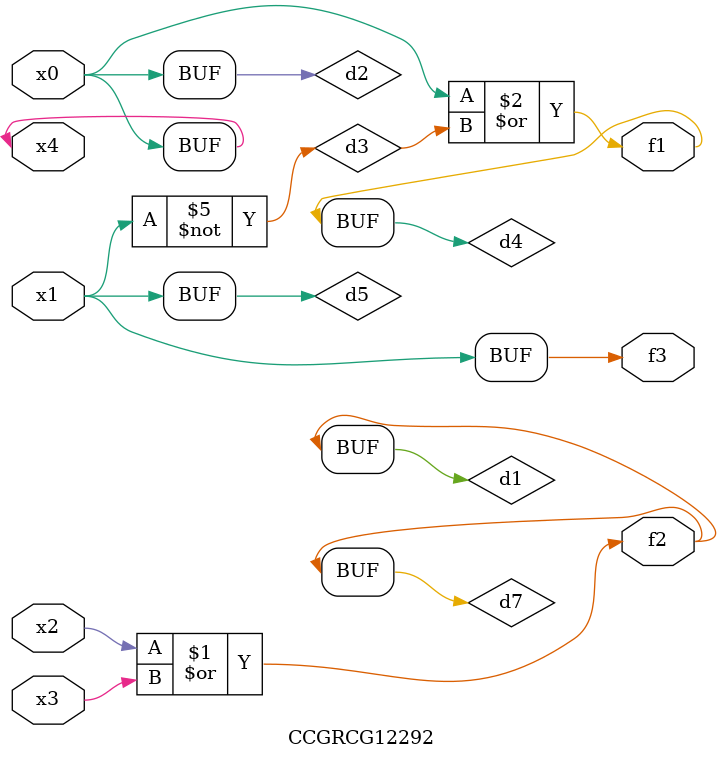
<source format=v>
module CCGRCG12292(
	input x0, x1, x2, x3, x4,
	output f1, f2, f3
);

	wire d1, d2, d3, d4, d5, d6, d7;

	or (d1, x2, x3);
	buf (d2, x0, x4);
	not (d3, x1);
	or (d4, d2, d3);
	not (d5, d3);
	nand (d6, d1, d3);
	or (d7, d1);
	assign f1 = d4;
	assign f2 = d7;
	assign f3 = d5;
endmodule

</source>
